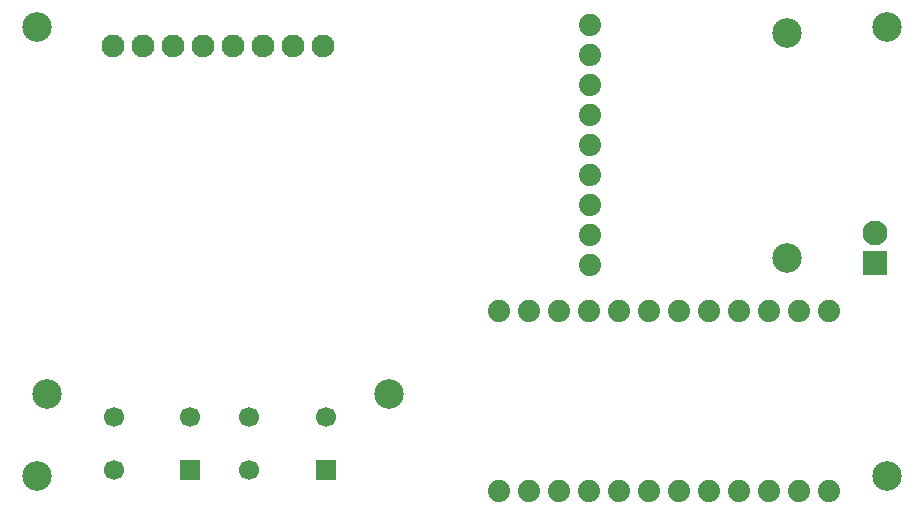
<source format=gbs>
G04 #@! TF.GenerationSoftware,KiCad,Pcbnew,7.0.2*
G04 #@! TF.CreationDate,2023-06-01T00:45:36-07:00*
G04 #@! TF.ProjectId,Reflow Skillet Rev 1,5265666c-6f77-4205-936b-696c6c657420,rev?*
G04 #@! TF.SameCoordinates,Original*
G04 #@! TF.FileFunction,Soldermask,Bot*
G04 #@! TF.FilePolarity,Negative*
%FSLAX46Y46*%
G04 Gerber Fmt 4.6, Leading zero omitted, Abs format (unit mm)*
G04 Created by KiCad (PCBNEW 7.0.2) date 2023-06-01 00:45:36*
%MOMM*%
%LPD*%
G01*
G04 APERTURE LIST*
%ADD10C,1.879600*%
%ADD11R,1.700000X1.700000*%
%ADD12C,1.700000*%
%ADD13C,1.930400*%
%ADD14C,2.500000*%
%ADD15R,2.100000X2.100000*%
%ADD16C,2.100000*%
G04 APERTURE END LIST*
D10*
X190080000Y-57000000D03*
X187540000Y-57000000D03*
X185000000Y-57000000D03*
X182460000Y-57000000D03*
X179920000Y-57000000D03*
X177380000Y-57000000D03*
X174840000Y-57000000D03*
X172300000Y-57000000D03*
X169760000Y-57000000D03*
X167220000Y-57000000D03*
X164680000Y-57000000D03*
X162140000Y-57000000D03*
X190080000Y-72240000D03*
X187540000Y-72240000D03*
X185000000Y-72240000D03*
X182460000Y-72240000D03*
X179920000Y-72240000D03*
X177380000Y-72240000D03*
X174840000Y-72240000D03*
X172300000Y-72240000D03*
X169760000Y-72240000D03*
X167220000Y-72240000D03*
X164680000Y-72240000D03*
X162140000Y-72240000D03*
D11*
X147500000Y-70500000D03*
D12*
X141000000Y-70500000D03*
X147500000Y-66000000D03*
X141000000Y-66000000D03*
D13*
X147239000Y-34632000D03*
X144699000Y-34632000D03*
X142159000Y-34632000D03*
X139619000Y-34632000D03*
X137079000Y-34632000D03*
X134539000Y-34632000D03*
X131999000Y-34632000D03*
X129459000Y-34632000D03*
D14*
X152849000Y-64062000D03*
X123849000Y-64062000D03*
D15*
X194000000Y-53000000D03*
D16*
X194000000Y-50460000D03*
D14*
X123000000Y-33000000D03*
X123000000Y-71000000D03*
X195000000Y-33000000D03*
X186509000Y-33475000D03*
X186509000Y-52525000D03*
D10*
X169872000Y-53160000D03*
X169872000Y-50620000D03*
X169872000Y-48080000D03*
X169872000Y-45540000D03*
X169872000Y-43000000D03*
X169872000Y-40460000D03*
X169872000Y-37920000D03*
X169872000Y-35380000D03*
X169872000Y-32840000D03*
D11*
X136000000Y-70500000D03*
D12*
X129500000Y-70500000D03*
X136000000Y-66000000D03*
X129500000Y-66000000D03*
D14*
X195000000Y-71000000D03*
M02*

</source>
